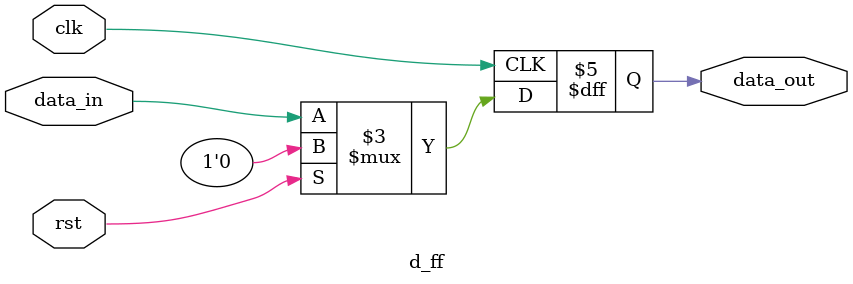
<source format=sv>
module d_ff #(parameter WIDTH = 1) (
  input clk,
  input rst,
  input [WIDTH-1:0] data_in,
  output reg [WIDTH-1:0] data_out
);

always @(posedge clk) begin
  if (rst)
    data_out <= {WIDTH{1'b0}};
  else
    data_out <= data_in;
end

endmodule

</source>
